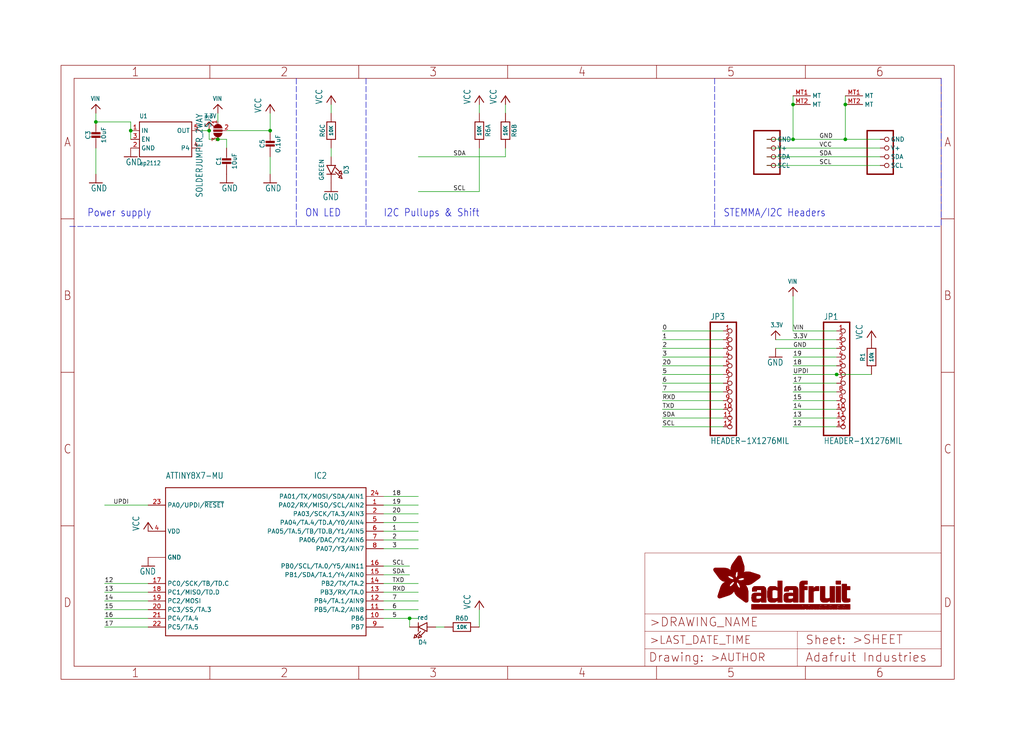
<source format=kicad_sch>
(kicad_sch (version 20211123) (generator eeschema)
  (paper "User" 298.45 217.881)
  (lib_symbols
    (symbol "eagleSchem-eagle-import:3.3V" (power)
      (property "Value" "3.3V" (at -1.524 1.016 0))
      (symbol "3.3V_1_0"
        (pin power_in line (at 0 -2.54 90) (length 2.54) (name "3.3V") (number "1"))
      )
    )
    (symbol "eagleSchem-eagle-import:ATTINY8X7-MU"
      (property "Reference" "IC" (at 12.7 25.4 0))
      (property "Value" "ATTINY8X7-MU" (at -30.48 25.4 0))
      (symbol "ATTINY8X7-MU_1_0"
        (pin bidirectional line (at 33.02 17.78 180) (length 5.08) (name "PA02/RX/MISO/SCL/AIN2") (number "1"))
        (pin bidirectional line (at 33.02 -15.24 180) (length 5.08) (name "PB6") (number "10"))
        (pin bidirectional line (at 33.02 -12.7 180) (length 5.08) (name "PB5/TA.2/AIN8") (number "11"))
        (pin bidirectional line (at 33.02 -10.16 180) (length 5.08) (name "PB4/TA.1/AIN9") (number "12"))
        (pin bidirectional line (at 33.02 -7.62 180) (length 5.08) (name "PB3/RX/TA.0") (number "13"))
        (pin bidirectional line (at 33.02 -5.08 180) (length 5.08) (name "PB2/TX/TA.2") (number "14"))
        (pin bidirectional line (at 33.02 -2.54 180) (length 5.08) (name "PB1/SDA/TA.1/Y4/AIN0") (number "15"))
        (pin bidirectional line (at 33.02 0 180) (length 5.08) (name "PB0/SCL/TA.0/Y5/AIN11") (number "16"))
        (pin bidirectional line (at -35.56 -5.08 0) (length 5.08) (name "PC0/SCK/TB/TD.C") (number "17"))
        (pin bidirectional line (at -35.56 -7.62 0) (length 5.08) (name "PC1/MISO/TD.D") (number "18"))
        (pin bidirectional line (at -35.56 -10.16 0) (length 5.08) (name "PC2/MOSI") (number "19"))
        (pin bidirectional line (at 33.02 15.24 180) (length 5.08) (name "PA03/SCK/TA.3/AIN3") (number "2"))
        (pin bidirectional line (at -35.56 -12.7 0) (length 5.08) (name "PC3/SS/TA.3") (number "20"))
        (pin bidirectional line (at -35.56 -15.24 0) (length 5.08) (name "PC4/TA.4") (number "21"))
        (pin bidirectional line (at -35.56 -17.78 0) (length 5.08) (name "PC5/TA.5") (number "22"))
        (pin bidirectional line (at -35.56 17.78 0) (length 5.08) (name "PA0/UPDI/~{RESET}") (number "23"))
        (pin bidirectional line (at 33.02 20.32 180) (length 5.08) (name "PA01/TX/MOSI/SDA/AIN1") (number "24"))
        (pin power_in line (at -35.56 2.54 0) (length 5.08) (name "GND") (number "3"))
        (pin power_in line (at -35.56 10.16 0) (length 5.08) (name "VDD") (number "4"))
        (pin bidirectional line (at 33.02 12.7 180) (length 5.08) (name "PA04/TA.4/TD.A/Y0/AIN4") (number "5"))
        (pin bidirectional line (at 33.02 10.16 180) (length 5.08) (name "PA05/TA.5/TB/TD.B/Y1/AIN5") (number "6"))
        (pin bidirectional line (at 33.02 7.62 180) (length 5.08) (name "PA06/DAC/Y2/AIN6") (number "7"))
        (pin bidirectional line (at 33.02 5.08 180) (length 5.08) (name "PA07/Y3/AIN7") (number "8"))
        (pin bidirectional line (at 33.02 -17.78 180) (length 5.08) (name "PB7") (number "9"))
        (pin power_in line (at -35.56 2.54 0) (length 5.08) (name "GND") (number "THERM"))
      )
    )
    (symbol "eagleSchem-eagle-import:CAP_CERAMIC0603_NO"
      (property "Reference" "C" (at -2.29 1.25 90))
      (property "Value" "CAP_CERAMIC0603_NO" (at 2.3 1.25 90))
      (symbol "CAP_CERAMIC0603_NO_1_0"
        (pin passive line (at 0 5.08 270) (length 2.54) (name "1") (number "1"))
        (pin passive line (at 0 -2.54 90) (length 2.54) (name "2") (number "2"))
      )
    )
    (symbol "eagleSchem-eagle-import:CAP_CERAMIC0805-NOOUTLINE"
      (property "Reference" "C" (at -2.29 1.25 90))
      (property "Value" "CAP_CERAMIC0805-NOOUTLINE" (at 2.3 1.25 90))
      (symbol "CAP_CERAMIC0805-NOOUTLINE_1_0"
        (pin passive line (at 0 5.08 270) (length 2.54) (name "1") (number "1"))
        (pin passive line (at 0 -2.54 90) (length 2.54) (name "2") (number "2"))
      )
    )
    (symbol "eagleSchem-eagle-import:CAP_CERAMIC0805_10MGAP"
      (property "Reference" "C" (at -2.29 1.25 90))
      (property "Value" "CAP_CERAMIC0805_10MGAP" (at 2.3 1.25 90))
      (symbol "CAP_CERAMIC0805_10MGAP_1_0"
        (pin passive line (at 0 5.08 270) (length 2.54) (name "1") (number "1"))
        (pin passive line (at 0 -2.54 90) (length 2.54) (name "2") (number "2"))
      )
    )
    (symbol "eagleSchem-eagle-import:FRAME_A4_ADAFRUIT"
      (symbol "FRAME_A4_ADAFRUIT_0_0"
        (text "1" (at 21.6958 1.905 0) (effects (font (size 2.54 2.286))))
        (text "1" (at 21.6958 177.165 0) (effects (font (size 2.54 2.286))))
        (text "2" (at 65.0875 1.905 0) (effects (font (size 2.54 2.286))))
        (text "2" (at 65.0875 177.165 0) (effects (font (size 2.54 2.286))))
        (text "3" (at 108.4792 1.905 0) (effects (font (size 2.54 2.286))))
        (text "3" (at 108.4792 177.165 0) (effects (font (size 2.54 2.286))))
        (text "4" (at 151.8708 1.905 0) (effects (font (size 2.54 2.286))))
        (text "4" (at 151.8708 177.165 0) (effects (font (size 2.54 2.286))))
        (text "5" (at 195.2625 1.905 0) (effects (font (size 2.54 2.286))))
        (text "5" (at 195.2625 177.165 0) (effects (font (size 2.54 2.286))))
        (text "6" (at 238.6542 1.905 0) (effects (font (size 2.54 2.286))))
        (text "6" (at 238.6542 177.165 0) (effects (font (size 2.54 2.286))))
        (text "A" (at 1.905 156.6863 0) (effects (font (size 2.54 2.286))))
        (text "A" (at 258.445 156.6863 0) (effects (font (size 2.54 2.286))))
        (text "B" (at 1.905 111.9188 0) (effects (font (size 2.54 2.286))))
        (text "B" (at 258.445 111.9188 0) (effects (font (size 2.54 2.286))))
        (text "C" (at 1.905 67.1513 0) (effects (font (size 2.54 2.286))))
        (text "C" (at 258.445 67.1513 0) (effects (font (size 2.54 2.286))))
        (text "D" (at 1.905 22.3838 0) (effects (font (size 2.54 2.286))))
        (text "D" (at 258.445 22.3838 0) (effects (font (size 2.54 2.286))))
      )
      (symbol "FRAME_A4_ADAFRUIT_1_0"
        (text ">AUTHOR" (at 189.23 5.08 0) (effects (font (size 2.286 2.286)) (justify left bottom)))
        (text ">DRAWING_NAME" (at 171.45 15.24 0) (effects (font (size 2.54 2.54)) (justify left bottom)))
        (text ">LAST_DATE_TIME" (at 171.45 10.16 0) (effects (font (size 2.286 2.286)) (justify left bottom)))
        (text ">SHEET" (at 230.505 10.16 0) (effects (font (size 2.54 2.54)) (justify left bottom)))
        (text "Adafruit Industries" (at 216.916 4.953 0) (effects (font (size 2.54 2.54)) (justify left bottom)))
        (text "Drawing:" (at 171.196 4.953 0) (effects (font (size 2.54 2.54)) (justify left bottom)))
        (text "Sheet:" (at 216.916 10.033 0) (effects (font (size 2.54 2.54)) (justify left bottom)))
      )
    )
    (symbol "eagleSchem-eagle-import:GND" (power)
      (property "Value" "GND" (at -2.54 -2.54 0))
      (symbol "GND_1_0"
        (pin power_in line (at 0 2.54 270) (length 2.54) (name "GND") (number "1"))
      )
    )
    (symbol "eagleSchem-eagle-import:HEADER-1X1276MIL"
      (property "Reference" "JP" (at -6.35 18.415 0))
      (property "Value" "HEADER-1X1276MIL" (at -6.35 -17.78 0))
      (symbol "HEADER-1X1276MIL_1_0"
        (pin passive inverted (at -2.54 15.24 0) (length 2.54) (name "1") (number "1"))
        (pin passive inverted (at -2.54 -7.62 0) (length 2.54) (name "10") (number "10"))
        (pin passive inverted (at -2.54 -10.16 0) (length 2.54) (name "11") (number "11"))
        (pin passive inverted (at -2.54 -12.7 0) (length 2.54) (name "12") (number "12"))
        (pin passive inverted (at -2.54 12.7 0) (length 2.54) (name "2") (number "2"))
        (pin passive inverted (at -2.54 10.16 0) (length 2.54) (name "3") (number "3"))
        (pin passive inverted (at -2.54 7.62 0) (length 2.54) (name "4") (number "4"))
        (pin passive inverted (at -2.54 5.08 0) (length 2.54) (name "5") (number "5"))
        (pin passive inverted (at -2.54 2.54 0) (length 2.54) (name "6") (number "6"))
        (pin passive inverted (at -2.54 0 0) (length 2.54) (name "7") (number "7"))
        (pin passive inverted (at -2.54 -2.54 0) (length 2.54) (name "8") (number "8"))
        (pin passive inverted (at -2.54 -5.08 0) (length 2.54) (name "9") (number "9"))
      )
    )
    (symbol "eagleSchem-eagle-import:LED0603_NOOUTLINE"
      (property "Reference" "D" (at -1.27 4.445 0))
      (property "Value" "LED0603_NOOUTLINE" (at -1.27 -2.794 0))
      (symbol "LED0603_NOOUTLINE_1_0"
        (pin passive line (at -5.08 0 0) (length 2.54) (name "A") (number "A"))
        (pin passive line (at 2.54 0 180) (length 2.54) (name "C") (number "C"))
      )
    )
    (symbol "eagleSchem-eagle-import:RESISTOR_0603_NOOUT"
      (property "Reference" "R" (at 0 2.54 0))
      (property "Value" "RESISTOR_0603_NOOUT" (at 0 0 0))
      (symbol "RESISTOR_0603_NOOUT_1_0"
        (pin passive line (at -5.08 0 0) (length 2.54) (name "1") (number "1"))
        (pin passive line (at 5.08 0 180) (length 2.54) (name "2") (number "2"))
      )
    )
    (symbol "eagleSchem-eagle-import:RESISTOR_4PACK"
      (property "Reference" "R" (at 0 2.54 0))
      (property "Value" "RESISTOR_4PACK" (at 0 0 0))
      (symbol "RESISTOR_4PACK_1_0"
        (pin passive line (at -5.08 0 0) (length 2.54) (name "1") (number "1"))
        (pin passive line (at 5.08 0 180) (length 2.54) (name "2") (number "8"))
      )
      (symbol "RESISTOR_4PACK_2_0"
        (pin passive line (at -5.08 0 0) (length 2.54) (name "1") (number "2"))
        (pin passive line (at 5.08 0 180) (length 2.54) (name "2") (number "7"))
      )
      (symbol "RESISTOR_4PACK_3_0"
        (pin passive line (at -5.08 0 0) (length 2.54) (name "1") (number "3"))
        (pin passive line (at 5.08 0 180) (length 2.54) (name "2") (number "6"))
      )
      (symbol "RESISTOR_4PACK_4_0"
        (pin passive line (at -5.08 0 0) (length 2.54) (name "1") (number "4"))
        (pin passive line (at 5.08 0 180) (length 2.54) (name "2") (number "5"))
      )
    )
    (symbol "eagleSchem-eagle-import:SOLDERJUMPER_2WAY"
      (property "Reference" "SJ" (at -5.08 -3.81 0))
      (property "Value" "SOLDERJUMPER_2WAY" (at -5.08 -6.35 0))
      (symbol "SOLDERJUMPER_2WAY_1_0"
        (pin passive line (at -2.54 0 0) (length 0) (name "1") (number "1"))
        (pin passive line (at 0 2.54 270) (length 0) (name "2") (number "2"))
        (pin passive line (at 2.54 0 180) (length 0) (name "3") (number "3"))
      )
    )
    (symbol "eagleSchem-eagle-import:STEMMA_I2C_QT"
      (symbol "STEMMA_I2C_QT_1_0"
        (pin passive inverted (at 0 5.08 0) (length 2.54) (name "GND") (number "1"))
        (pin passive inverted (at 0 2.54 0) (length 2.54) (name "V+") (number "2"))
        (pin passive inverted (at 0 0 0) (length 2.54) (name "SDA") (number "3"))
        (pin passive inverted (at 0 -2.54 0) (length 2.54) (name "SCL") (number "4"))
      )
      (symbol "STEMMA_I2C_QT_2_0"
        (pin bidirectional line (at 0 0 0) (length 5.08) (name "MT") (number "MT1"))
      )
      (symbol "STEMMA_I2C_QT_3_0"
        (pin bidirectional line (at 0 0 0) (length 5.08) (name "MT") (number "MT2"))
      )
    )
    (symbol "eagleSchem-eagle-import:VCC" (power)
      (property "Value" "VCC" (at -2.54 -2.54 90))
      (symbol "VCC_1_0"
        (pin power_in line (at 0 -2.54 90) (length 2.54) (name "VCC") (number "1"))
      )
    )
    (symbol "eagleSchem-eagle-import:VIN" (power)
      (property "Value" "VIN" (at -1.524 1.016 0))
      (symbol "VIN_1_0"
        (pin power_in line (at 0 -2.54 90) (length 2.54) (name "VIN") (number "1"))
      )
    )
    (symbol "eagleSchem-eagle-import:VREG_SOT23-5"
      (property "Reference" "U" (at -7.62 6.096 0))
      (property "Value" "VREG_SOT23-5" (at -7.62 -7.62 0))
      (symbol "VREG_SOT23-5_1_0"
        (pin power_in line (at -10.16 2.54 0) (length 2.54) (name "IN") (number "1"))
        (pin power_in line (at -10.16 -2.54 0) (length 2.54) (name "GND") (number "2"))
        (pin input line (at -10.16 0 0) (length 2.54) (name "EN") (number "3"))
        (pin bidirectional line (at 10.16 -2.54 180) (length 2.54) (name "P4") (number "4"))
        (pin power_in line (at 10.16 2.54 180) (length 2.54) (name "OUT") (number "5"))
      )
    )
  )
  (junction (at 119.38 180.34))
  (junction (at 231.14 30.48))
  (junction (at 38.1 38.1))
  (junction (at 231.14 40.64))
  (junction (at 246.38 30.48))
  (junction (at 60.96 38.1))
  (junction (at 27.94 35.56))
  (junction (at 243.84 109.22))
  (junction (at 63.5 40.64))
  (junction (at 246.38 40.64))
  (junction (at 78.74 38.1))
  (wire (pts (xy 111.76 144.78) (xy 121.92 144.78)))
  (wire (pts (xy 111.76 180.34) (xy 119.38 180.34)))
  (wire (pts (xy 243.84 104.14) (xy 231.14 104.14)))
  (wire (pts (xy 121.92 175.26) (xy 111.76 175.26)))
  (wire (pts (xy 246.38 27.94) (xy 246.38 30.48)))
  (wire (pts (xy 38.1 35.56) (xy 38.1 38.1)))
  (wire (pts (xy 121.92 149.86) (xy 111.76 149.86)))
  (wire (pts (xy 38.1 40.64) (xy 38.1 38.1)))
  (polyline (pts (xy 208.28 66.04) (xy 274.32 66.04)))
  (wire (pts (xy 210.82 104.14) (xy 193.04 104.14)))
  (wire (pts (xy 43.18 177.8) (xy 30.48 177.8)))
  (wire (pts (xy 139.7 30.48) (xy 139.7 33.02)))
  (wire (pts (xy 256.54 40.64) (xy 246.38 40.64)))
  (wire (pts (xy 111.76 152.4) (xy 121.92 152.4)))
  (polyline (pts (xy 86.36 22.86) (xy 86.36 66.04)))
  (wire (pts (xy 231.14 114.3) (xy 243.84 114.3)))
  (wire (pts (xy 210.82 109.22) (xy 193.04 109.22)))
  (wire (pts (xy 147.32 45.72) (xy 121.92 45.72)))
  (wire (pts (xy 60.96 38.1) (xy 60.96 40.64)))
  (polyline (pts (xy 208.28 22.86) (xy 208.28 66.04)))
  (wire (pts (xy 27.94 50.8) (xy 27.94 43.18)))
  (wire (pts (xy 193.04 116.84) (xy 210.82 116.84)))
  (polyline (pts (xy 106.68 66.04) (xy 208.28 66.04)))
  (wire (pts (xy 231.14 40.64) (xy 223.52 40.64)))
  (wire (pts (xy 231.14 96.52) (xy 231.14 86.36)))
  (wire (pts (xy 256.54 45.72) (xy 223.52 45.72)))
  (wire (pts (xy 243.84 116.84) (xy 231.14 116.84)))
  (wire (pts (xy 147.32 33.02) (xy 147.32 30.48)))
  (wire (pts (xy 111.76 160.02) (xy 121.92 160.02)))
  (wire (pts (xy 223.52 43.18) (xy 256.54 43.18)))
  (wire (pts (xy 127 182.88) (xy 129.54 182.88)))
  (wire (pts (xy 231.14 109.22) (xy 243.84 109.22)))
  (wire (pts (xy 111.76 177.8) (xy 121.92 177.8)))
  (wire (pts (xy 119.38 180.34) (xy 121.92 180.34)))
  (wire (pts (xy 43.18 147.32) (xy 30.48 147.32)))
  (wire (pts (xy 246.38 30.48) (xy 246.38 40.64)))
  (wire (pts (xy 30.48 175.26) (xy 43.18 175.26)))
  (wire (pts (xy 139.7 43.18) (xy 139.7 55.88)))
  (wire (pts (xy 111.76 147.32) (xy 121.92 147.32)))
  (wire (pts (xy 210.82 121.92) (xy 193.04 121.92)))
  (wire (pts (xy 193.04 124.46) (xy 210.82 124.46)))
  (wire (pts (xy 243.84 106.68) (xy 231.14 106.68)))
  (wire (pts (xy 66.04 38.1) (xy 78.74 38.1)))
  (wire (pts (xy 111.76 165.1) (xy 119.38 165.1)))
  (wire (pts (xy 119.38 182.88) (xy 119.38 180.34)))
  (wire (pts (xy 139.7 55.88) (xy 121.92 55.88)))
  (wire (pts (xy 111.76 154.94) (xy 121.92 154.94)))
  (wire (pts (xy 243.84 111.76) (xy 231.14 111.76)))
  (wire (pts (xy 193.04 111.76) (xy 210.82 111.76)))
  (wire (pts (xy 226.06 101.6) (xy 243.84 101.6)))
  (wire (pts (xy 210.82 114.3) (xy 193.04 114.3)))
  (wire (pts (xy 223.52 48.26) (xy 256.54 48.26)))
  (wire (pts (xy 119.38 167.64) (xy 111.76 167.64)))
  (wire (pts (xy 60.96 40.64) (xy 63.5 40.64)))
  (wire (pts (xy 78.74 45.72) (xy 78.74 50.8)))
  (wire (pts (xy 27.94 35.56) (xy 38.1 35.56)))
  (polyline (pts (xy 106.68 22.86) (xy 106.68 66.04)))
  (wire (pts (xy 231.14 96.52) (xy 243.84 96.52)))
  (wire (pts (xy 231.14 30.48) (xy 231.14 40.64)))
  (wire (pts (xy 139.7 177.8) (xy 139.7 182.88)))
  (polyline (pts (xy 86.36 66.04) (xy 106.68 66.04)))
  (wire (pts (xy 121.92 157.48) (xy 111.76 157.48)))
  (wire (pts (xy 96.52 45.72) (xy 96.52 43.18)))
  (wire (pts (xy 43.18 170.18) (xy 30.48 170.18)))
  (wire (pts (xy 147.32 43.18) (xy 147.32 45.72)))
  (wire (pts (xy 231.14 119.38) (xy 243.84 119.38)))
  (wire (pts (xy 243.84 99.06) (xy 226.06 99.06)))
  (wire (pts (xy 243.84 121.92) (xy 231.14 121.92)))
  (polyline (pts (xy 274.32 22.86) (xy 274.32 66.04)))
  (wire (pts (xy 231.14 27.94) (xy 231.14 30.48)))
  (wire (pts (xy 63.5 40.64) (xy 66.04 40.64)))
  (wire (pts (xy 111.76 172.72) (xy 121.92 172.72)))
  (wire (pts (xy 210.82 96.52) (xy 193.04 96.52)))
  (wire (pts (xy 66.04 40.64) (xy 66.04 43.18)))
  (wire (pts (xy 210.82 119.38) (xy 193.04 119.38)))
  (wire (pts (xy 231.14 124.46) (xy 243.84 124.46)))
  (wire (pts (xy 27.94 33.02) (xy 27.94 35.56)))
  (wire (pts (xy 78.74 33.02) (xy 78.74 38.1)))
  (wire (pts (xy 210.82 99.06) (xy 193.04 99.06)))
  (wire (pts (xy 43.18 182.88) (xy 30.48 182.88)))
  (wire (pts (xy 193.04 101.6) (xy 210.82 101.6)))
  (wire (pts (xy 243.84 109.22) (xy 254 109.22)))
  (polyline (pts (xy 20.32 66.04) (xy 86.36 66.04)))
  (wire (pts (xy 43.18 172.72) (xy 30.48 172.72)))
  (wire (pts (xy 63.5 33.02) (xy 63.5 35.56)))
  (wire (pts (xy 193.04 106.68) (xy 210.82 106.68)))
  (wire (pts (xy 96.52 30.48) (xy 96.52 33.02)))
  (wire (pts (xy 111.76 170.18) (xy 121.92 170.18)))
  (wire (pts (xy 58.42 38.1) (xy 60.96 38.1)))
  (wire (pts (xy 231.14 40.64) (xy 246.38 40.64)))
  (wire (pts (xy 30.48 180.34) (xy 43.18 180.34)))
  (text "ON LED" (at 88.9 63.5 180) (effects (font (size 2.1844 1.8567)) (justify left bottom)))
  (text "I2C Pullups & Shift" (at 111.76 63.5 180) (effects (font (size 2.1844 1.8567)) (justify left bottom)))
  (text "STEMMA/I2C Headers" (at 210.82 63.5 180) (effects (font (size 2.1844 1.8567)) (justify left bottom)))
  (text "Power supply" (at 25.4 63.5 180) (effects (font (size 2.1844 1.8567)) (justify left bottom)))
  (label "15" (at 30.48 177.8 0) (effects (font (size 1.2446 1.2446))))
  (label "SCL" (at 193.04 124.46 0) (effects (font (size 1.2446 1.2446))))
  (label "16" (at 30.48 180.34 0) (effects (font (size 1.2446 1.2446))))
  (label "19" (at 114.3 147.32 0) (effects (font (size 1.2446 1.2446))))
  (label "14" (at 30.48 175.26 0) (effects (font (size 1.2446 1.2446))))
  (label "TXD" (at 114.3 170.18 0) (effects (font (size 1.2446 1.2446))))
  (label "18" (at 231.14 106.68 0) (effects (font (size 1.2446 1.2446))))
  (label "17" (at 231.14 111.76 0) (effects (font (size 1.2446 1.2446))))
  (label "VCC" (at 238.76 43.18 0) (effects (font (size 1.2446 1.2446))))
  (label "5" (at 193.04 109.22 0) (effects (font (size 1.2446 1.2446))))
  (label "6" (at 114.3 177.8 0) (effects (font (size 1.2446 1.2446))))
  (label "15" (at 231.14 116.84 0) (effects (font (size 1.2446 1.2446))))
  (label "7" (at 114.3 175.26 0) (effects (font (size 1.2446 1.2446))))
  (label "SDA" (at 114.3 167.64 0) (effects (font (size 1.2446 1.2446))))
  (label "5" (at 114.3 180.34 0) (effects (font (size 1.2446 1.2446))))
  (label "0" (at 114.3 152.4 0) (effects (font (size 1.2446 1.2446))))
  (label "SCL" (at 114.3 165.1 0) (effects (font (size 1.2446 1.2446))))
  (label "20" (at 114.3 149.86 0) (effects (font (size 1.2446 1.2446))))
  (label "20" (at 193.04 106.68 0) (effects (font (size 1.2446 1.2446))))
  (label "2" (at 193.04 101.6 0) (effects (font (size 1.2446 1.2446))))
  (label "18" (at 114.3 144.78 0) (effects (font (size 1.2446 1.2446))))
  (label "2" (at 114.3 157.48 0) (effects (font (size 1.2446 1.2446))))
  (label "RXD" (at 114.3 172.72 0) (effects (font (size 1.2446 1.2446))))
  (label "12" (at 30.48 170.18 0) (effects (font (size 1.2446 1.2446))))
  (label "RXD" (at 193.04 116.84 0) (effects (font (size 1.2446 1.2446))))
  (label "GND" (at 238.76 40.64 0) (effects (font (size 1.2446 1.2446))))
  (label "SCL" (at 132.08 55.88 0) (effects (font (size 1.2446 1.2446))))
  (label "19" (at 231.14 104.14 0) (effects (font (size 1.2446 1.2446))))
  (label "1" (at 193.04 99.06 0) (effects (font (size 1.2446 1.2446))))
  (label "3" (at 193.04 104.14 0) (effects (font (size 1.2446 1.2446))))
  (label "17" (at 30.48 182.88 0) (effects (font (size 1.2446 1.2446))))
  (label "7" (at 193.04 114.3 0) (effects (font (size 1.2446 1.2446))))
  (label "13" (at 30.48 172.72 0) (effects (font (size 1.2446 1.2446))))
  (label "SDA" (at 238.76 45.72 0) (effects (font (size 1.2446 1.2446))))
  (label "16" (at 231.14 114.3 0) (effects (font (size 1.2446 1.2446))))
  (label "UPDI" (at 231.14 109.22 0) (effects (font (size 1.2446 1.2446))))
  (label "0" (at 193.04 96.52 0) (effects (font (size 1.2446 1.2446))))
  (label "SCL" (at 238.76 48.26 0) (effects (font (size 1.2446 1.2446))))
  (label "TXD" (at 193.04 119.38 0) (effects (font (size 1.2446 1.2446))))
  (label "3" (at 114.3 160.02 0) (effects (font (size 1.2446 1.2446))))
  (label "1" (at 114.3 154.94 0) (effects (font (size 1.2446 1.2446))))
  (label "12" (at 231.14 124.46 0) (effects (font (size 1.2446 1.2446))))
  (label "6" (at 193.04 111.76 0) (effects (font (size 1.2446 1.2446))))
  (label "VIN" (at 231.14 96.52 0) (effects (font (size 1.2446 1.2446))))
  (label "GND" (at 231.14 101.6 0) (effects (font (size 1.2446 1.2446))))
  (label "14" (at 231.14 119.38 0) (effects (font (size 1.2446 1.2446))))
  (label "SDA" (at 132.08 45.72 0) (effects (font (size 1.2446 1.2446))))
  (label "UPDI" (at 33.02 147.32 0) (effects (font (size 1.2446 1.2446))))
  (label "13" (at 231.14 121.92 0) (effects (font (size 1.2446 1.2446))))
  (label "3.3V" (at 231.14 99.06 0) (effects (font (size 1.2446 1.2446))))
  (label "SDA" (at 193.04 121.92 0) (effects (font (size 1.2446 1.2446))))
  (symbol (lib_id "eagleSchem-eagle-import:LED0603_NOOUTLINE") (at 121.92 182.88 180) (unit 1)
    (property "Reference" "D4" (at 123.19 187.325 0))
    (property "Value" "red" (at 123.19 180.086 0))
    (property "Footprint" "eagleSchem:CHIPLED_0603_NOOUTLINE" (effects hide))
  )
  (symbol (lib_id "eagleSchem-eagle-import:VCC") (at 139.7 27.94 0) (unit 1)
    (property "Reference" "#P+1" (effects hide))
    (property "Value" "VCC" (at 137.16 30.48 90) (effects (font (size 1.778 1.5113)) (justify left bottom)))
    (property "Footprint" "eagleSchem:" (effects hide))
  )
  (symbol (lib_id "eagleSchem-eagle-import:GND") (at 78.74 53.34 0) (unit 1)
    (property "Reference" "#U$14" (effects hide))
    (property "Value" "GND" (at 77.216 55.88 0) (effects (font (size 1.778 1.5113)) (justify left bottom)))
    (property "Footprint" "eagleSchem:" (effects hide))
  )
  (symbol (lib_id "eagleSchem-eagle-import:LED0603_NOOUTLINE") (at 96.52 50.8 270) (unit 1)
    (property "Reference" "D3" (at 100.965 49.53 0))
    (property "Value" "GREEN" (at 93.726 49.53 0))
    (property "Footprint" "eagleSchem:CHIPLED_0603_NOOUTLINE" (effects hide))
  )
  (symbol (lib_id "eagleSchem-eagle-import:FRAME_A4_ADAFRUIT") (at 17.78 198.12 0) (unit 1)
    (property "Reference" "#U$28" (effects hide))
    (property "Value" "FRAME_A4_ADAFRUIT" (effects hide))
    (property "Footprint" "eagleSchem:" (effects hide))
  )
  (symbol (lib_id "eagleSchem-eagle-import:STEMMA_I2C_QT") (at 231.14 27.94 0) (unit 2)
    (property "Reference" "CONN3" (effects hide))
    (property "Value" "STEMMA_I2C_QT" (effects hide))
    (property "Footprint" "eagleSchem:JST_SH4" (effects hide))
  )
  (symbol (lib_id "eagleSchem-eagle-import:VCC") (at 147.32 27.94 0) (unit 1)
    (property "Reference" "#P+2" (effects hide))
    (property "Value" "VCC" (at 144.78 30.48 90) (effects (font (size 1.778 1.5113)) (justify left bottom)))
    (property "Footprint" "eagleSchem:" (effects hide))
  )
  (symbol (lib_id "eagleSchem-eagle-import:STEMMA_I2C_QT") (at 231.14 30.48 0) (unit 3)
    (property "Reference" "CONN3" (effects hide))
    (property "Value" "STEMMA_I2C_QT" (effects hide))
    (property "Footprint" "eagleSchem:JST_SH4" (effects hide))
  )
  (symbol (lib_id "eagleSchem-eagle-import:GND") (at 38.1 45.72 0) (unit 1)
    (property "Reference" "#U$2" (effects hide))
    (property "Value" "GND" (at 36.576 48.26 0) (effects (font (size 1.778 1.5113)) (justify left bottom)))
    (property "Footprint" "eagleSchem:" (effects hide))
  )
  (symbol (lib_id "eagleSchem-eagle-import:VIN") (at 231.14 83.82 0) (unit 1)
    (property "Reference" "#U$5" (effects hide))
    (property "Value" "VIN" (at 229.616 82.804 0) (effects (font (size 1.27 1.0795)) (justify left bottom)))
    (property "Footprint" "eagleSchem:" (effects hide))
  )
  (symbol (lib_id "eagleSchem-eagle-import:CAP_CERAMIC0603_NO") (at 78.74 43.18 0) (unit 1)
    (property "Reference" "C5" (at 76.45 41.93 90))
    (property "Value" "0.1uF" (at 81.04 41.93 90))
    (property "Footprint" "eagleSchem:0603-NO" (effects hide))
  )
  (symbol (lib_id "eagleSchem-eagle-import:HEADER-1X1276MIL") (at 213.36 111.76 0) (unit 1)
    (property "Reference" "JP3" (at 207.01 93.345 0) (effects (font (size 1.778 1.5113)) (justify left bottom)))
    (property "Value" "HEADER-1X1276MIL" (at 207.01 129.54 0) (effects (font (size 1.778 1.5113)) (justify left bottom)))
    (property "Footprint" "eagleSchem:1X12_ROUND_76MIL" (effects hide))
  )
  (symbol (lib_id "eagleSchem-eagle-import:VIN") (at 63.5 30.48 0) (unit 1)
    (property "Reference" "#U$4" (effects hide))
    (property "Value" "VIN" (at 61.976 29.464 0) (effects (font (size 1.27 1.0795)) (justify left bottom)))
    (property "Footprint" "eagleSchem:" (effects hide))
  )
  (symbol (lib_id "eagleSchem-eagle-import:VCC") (at 43.18 152.4 0) (unit 1)
    (property "Reference" "#P+8" (effects hide))
    (property "Value" "VCC" (at 40.64 154.94 90) (effects (font (size 1.778 1.5113)) (justify left bottom)))
    (property "Footprint" "eagleSchem:" (effects hide))
  )
  (symbol (lib_id "eagleSchem-eagle-import:STEMMA_I2C_QT") (at 223.52 45.72 0) (unit 1)
    (property "Reference" "CONN3" (effects hide))
    (property "Value" "STEMMA_I2C_QT" (effects hide))
    (property "Footprint" "eagleSchem:JST_SH4" (effects hide))
  )
  (symbol (lib_id "eagleSchem-eagle-import:VCC") (at 139.7 175.26 0) (unit 1)
    (property "Reference" "#P+9" (effects hide))
    (property "Value" "VCC" (at 137.16 177.8 90) (effects (font (size 1.778 1.5113)) (justify left bottom)))
    (property "Footprint" "eagleSchem:" (effects hide))
  )
  (symbol (lib_id "eagleSchem-eagle-import:HEADER-1X1276MIL") (at 246.38 111.76 0) (unit 1)
    (property "Reference" "JP1" (at 240.03 93.345 0) (effects (font (size 1.778 1.5113)) (justify left bottom)))
    (property "Value" "HEADER-1X1276MIL" (at 240.03 129.54 0) (effects (font (size 1.778 1.5113)) (justify left bottom)))
    (property "Footprint" "eagleSchem:1X12_ROUND_76MIL" (effects hide))
  )
  (symbol (lib_id "eagleSchem-eagle-import:VCC") (at 96.52 27.94 0) (unit 1)
    (property "Reference" "#P+6" (effects hide))
    (property "Value" "VCC" (at 93.98 30.48 90) (effects (font (size 1.778 1.5113)) (justify left bottom)))
    (property "Footprint" "eagleSchem:" (effects hide))
  )
  (symbol (lib_id "eagleSchem-eagle-import:STEMMA_I2C_QT") (at 246.38 27.94 0) (unit 2)
    (property "Reference" "CONN4" (effects hide))
    (property "Value" "STEMMA_I2C_QT" (effects hide))
    (property "Footprint" "eagleSchem:JST_SH4" (effects hide))
  )
  (symbol (lib_id "eagleSchem-eagle-import:ATTINY8X7-MU") (at 78.74 165.1 0) (unit 1)
    (property "Reference" "IC2" (at 91.44 139.7 0) (effects (font (size 1.778 1.5113)) (justify left bottom)))
    (property "Value" "ATTINY8X7-MU" (at 48.26 139.7 0) (effects (font (size 1.778 1.5113)) (justify left bottom)))
    (property "Footprint" "eagleSchem:QFN24_4MM" (effects hide))
  )
  (symbol (lib_id "eagleSchem-eagle-import:VREG_SOT23-5") (at 48.26 40.64 0) (unit 1)
    (property "Reference" "U1" (at 40.64 34.544 0) (effects (font (size 1.27 1.0795)) (justify left bottom)))
    (property "Value" "ap2112" (at 40.64 48.26 0) (effects (font (size 1.27 1.0795)) (justify left bottom)))
    (property "Footprint" "eagleSchem:SOT23-5" (effects hide))
  )
  (symbol (lib_id "eagleSchem-eagle-import:GND") (at 43.18 165.1 0) (unit 1)
    (property "Reference" "#GND16" (effects hide))
    (property "Value" "GND" (at 40.64 167.64 0) (effects (font (size 1.778 1.5113)) (justify left bottom)))
    (property "Footprint" "eagleSchem:" (effects hide))
  )
  (symbol (lib_id "eagleSchem-eagle-import:STEMMA_I2C_QT") (at 256.54 45.72 0) (unit 1)
    (property "Reference" "CONN4" (effects hide))
    (property "Value" "STEMMA_I2C_QT" (effects hide))
    (property "Footprint" "eagleSchem:JST_SH4" (effects hide))
  )
  (symbol (lib_id "eagleSchem-eagle-import:GND") (at 66.04 53.34 0) (unit 1)
    (property "Reference" "#U$3" (effects hide))
    (property "Value" "GND" (at 64.516 55.88 0) (effects (font (size 1.778 1.5113)) (justify left bottom)))
    (property "Footprint" "eagleSchem:" (effects hide))
  )
  (symbol (lib_id "eagleSchem-eagle-import:RESISTOR_4PACK") (at 134.62 182.88 0) (unit 4)
    (property "Reference" "R6" (at 134.62 180.34 0))
    (property "Value" "10K" (at 134.62 182.88 0) (effects (font (size 1.016 1.016) bold)))
    (property "Footprint" "eagleSchem:RESPACK_4X0603" (effects hide))
  )
  (symbol (lib_id "eagleSchem-eagle-import:SOLDERJUMPER_2WAY") (at 63.5 38.1 270) (unit 1)
    (property "Reference" "SJ1" (at 59.69 33.02 0) (effects (font (size 1.778 1.5113)) (justify left bottom)))
    (property "Value" "SOLDERJUMPER_2WAY" (at 57.15 33.02 0) (effects (font (size 1.778 1.5113)) (justify left bottom)))
    (property "Footprint" "eagleSchem:SOLDERJUMPER_2WAY_OPEN_NOPASTE" (effects hide))
  )
  (symbol (lib_id "eagleSchem-eagle-import:CAP_CERAMIC0805-NOOUTLINE") (at 27.94 40.64 0) (unit 1)
    (property "Reference" "C3" (at 25.65 39.39 90))
    (property "Value" "10uF" (at 30.24 39.39 90))
    (property "Footprint" "eagleSchem:0805-NO" (effects hide))
  )
  (symbol (lib_id "eagleSchem-eagle-import:CAP_CERAMIC0805_10MGAP") (at 66.04 48.26 0) (unit 1)
    (property "Reference" "C1" (at 63.75 47.01 90))
    (property "Value" "10uF" (at 68.34 47.01 90))
    (property "Footprint" "eagleSchem:0805_10MGAP" (effects hide))
  )
  (symbol (lib_id "eagleSchem-eagle-import:RESISTOR_4PACK") (at 147.32 38.1 270) (unit 2)
    (property "Reference" "R6" (at 149.86 38.1 0))
    (property "Value" "10K" (at 147.32 38.1 0) (effects (font (size 1.016 1.016) bold)))
    (property "Footprint" "eagleSchem:RESPACK_4X0603" (effects hide))
  )
  (symbol (lib_id "eagleSchem-eagle-import:3.3V") (at 60.96 35.56 0) (unit 1)
    (property "Reference" "#U$6" (effects hide))
    (property "Value" "3.3V" (at 59.436 34.544 0) (effects (font (size 1.27 1.0795)) (justify left bottom)))
    (property "Footprint" "eagleSchem:" (effects hide))
  )
  (symbol (lib_id "eagleSchem-eagle-import:VIN") (at 27.94 30.48 0) (unit 1)
    (property "Reference" "#U$1" (effects hide))
    (property "Value" "VIN" (at 26.416 29.464 0) (effects (font (size 1.27 1.0795)) (justify left bottom)))
    (property "Footprint" "eagleSchem:" (effects hide))
  )
  (symbol (lib_id "eagleSchem-eagle-import:GND") (at 226.06 104.14 0) (unit 1)
    (property "Reference" "#GND9" (effects hide))
    (property "Value" "GND" (at 223.52 106.68 0) (effects (font (size 1.778 1.5113)) (justify left bottom)))
    (property "Footprint" "eagleSchem:" (effects hide))
  )
  (symbol (lib_id "eagleSchem-eagle-import:GND") (at 27.94 53.34 0) (unit 1)
    (property "Reference" "#U$13" (effects hide))
    (property "Value" "GND" (at 26.416 55.88 0) (effects (font (size 1.778 1.5113)) (justify left bottom)))
    (property "Footprint" "eagleSchem:" (effects hide))
  )
  (symbol (lib_id "eagleSchem-eagle-import:RESISTOR_0603_NOOUT") (at 254 104.14 90) (unit 1)
    (property "Reference" "R1" (at 251.46 104.14 0))
    (property "Value" "10k" (at 254 104.14 0) (effects (font (size 1.016 1.016) bold)))
    (property "Footprint" "eagleSchem:0603-NO" (effects hide))
  )
  (symbol (lib_id "eagleSchem-eagle-import:GND") (at 96.52 55.88 0) (unit 1)
    (property "Reference" "#GND13" (effects hide))
    (property "Value" "GND" (at 93.98 58.42 0) (effects (font (size 1.778 1.5113)) (justify left bottom)))
    (property "Footprint" "eagleSchem:" (effects hide))
  )
  (symbol (lib_id "eagleSchem-eagle-import:RESISTOR_4PACK") (at 96.52 38.1 90) (unit 3)
    (property "Reference" "R6" (at 93.98 38.1 0))
    (property "Value" "10K" (at 96.52 38.1 0) (effects (font (size 1.016 1.016) bold)))
    (property "Footprint" "eagleSchem:RESPACK_4X0603" (effects hide))
  )
  (symbol (lib_id "eagleSchem-eagle-import:VCC") (at 254 96.52 0) (unit 1)
    (property "Reference" "#P+3" (effects hide))
    (property "Value" "VCC" (at 251.46 99.06 90) (effects (font (size 1.778 1.5113)) (justify left bottom)))
    (property "Footprint" "eagleSchem:" (effects hide))
  )
  (symbol (lib_id "eagleSchem-eagle-import:VCC") (at 78.74 30.48 0) (unit 1)
    (property "Reference" "#P+5" (effects hide))
    (property "Value" "VCC" (at 76.2 33.02 90) (effects (font (size 1.778 1.5113)) (justify left bottom)))
    (property "Footprint" "eagleSchem:" (effects hide))
  )
  (symbol (lib_id "eagleSchem-eagle-import:3.3V") (at 226.06 96.52 0) (unit 1)
    (property "Reference" "#U$9" (effects hide))
    (property "Value" "3.3V" (at 224.536 95.504 0) (effects (font (size 1.27 1.0795)) (justify left bottom)))
    (property "Footprint" "eagleSchem:" (effects hide))
  )
  (symbol (lib_id "eagleSchem-eagle-import:STEMMA_I2C_QT") (at 246.38 30.48 0) (unit 3)
    (property "Reference" "CONN4" (effects hide))
    (property "Value" "STEMMA_I2C_QT" (effects hide))
    (property "Footprint" "eagleSchem:JST_SH4" (effects hide))
  )
  (symbol (lib_id "eagleSchem-eagle-import:RESISTOR_4PACK") (at 139.7 38.1 270) (unit 1)
    (property "Reference" "R6" (at 142.24 38.1 0))
    (property "Value" "10K" (at 139.7 38.1 0) (effects (font (size 1.016 1.016) bold)))
    (property "Footprint" "eagleSchem:RESPACK_4X0603" (effects hide))
  )
)
</source>
